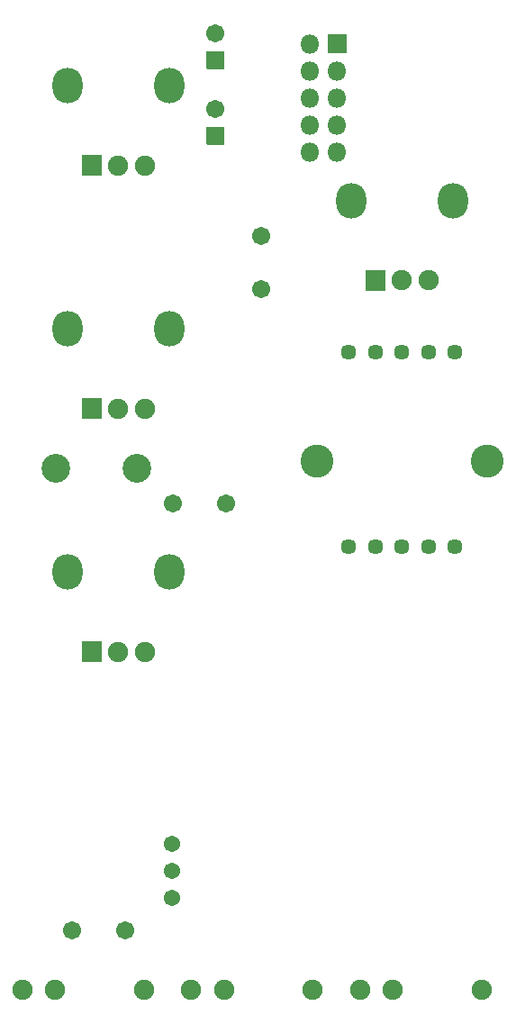
<source format=gts>
G04 #@! TF.GenerationSoftware,KiCad,Pcbnew,6.0.5+dfsg-1~bpo11+1*
G04 #@! TF.CreationDate,2022-12-29T14:19:14+00:00*
G04 #@! TF.ProjectId,SSI2140_phase_shifter,53534932-3134-4305-9f70-686173655f73,0*
G04 #@! TF.SameCoordinates,Original*
G04 #@! TF.FileFunction,Soldermask,Top*
G04 #@! TF.FilePolarity,Negative*
%FSLAX46Y46*%
G04 Gerber Fmt 4.6, Leading zero omitted, Abs format (unit mm)*
G04 Created by KiCad (PCBNEW 6.0.5+dfsg-1~bpo11+1) date 2022-12-29 14:19:14*
%MOMM*%
%LPD*%
G01*
G04 APERTURE LIST*
%ADD10C,1.902000*%
%ADD11O,2.822000X3.342000*%
%ADD12C,3.102000*%
%ADD13C,1.451600*%
%ADD14C,1.702000*%
%ADD15O,1.802000X1.802000*%
%ADD16C,2.702000*%
%ADD17C,1.542000*%
G04 APERTURE END LIST*
D10*
X124076000Y-138938000D03*
X127176000Y-138938000D03*
X135476000Y-138938000D03*
D11*
X137896000Y-99688000D03*
X128296000Y-99688000D03*
G36*
G01*
X131547000Y-106288000D02*
X131547000Y-108088000D01*
G75*
G02*
X131496000Y-108139000I-51000J0D01*
G01*
X129696000Y-108139000D01*
G75*
G02*
X129645000Y-108088000I0J51000D01*
G01*
X129645000Y-106288000D01*
G75*
G02*
X129696000Y-106237000I51000J0D01*
G01*
X131496000Y-106237000D01*
G75*
G02*
X131547000Y-106288000I0J-51000D01*
G01*
G37*
D10*
X133096000Y-107188000D03*
X135596000Y-107188000D03*
D11*
X154966000Y-64773000D03*
X164566000Y-64773000D03*
G36*
G01*
X158217000Y-71373000D02*
X158217000Y-73173000D01*
G75*
G02*
X158166000Y-73224000I-51000J0D01*
G01*
X156366000Y-73224000D01*
G75*
G02*
X156315000Y-73173000I0J51000D01*
G01*
X156315000Y-71373000D01*
G75*
G02*
X156366000Y-71322000I51000J0D01*
G01*
X158166000Y-71322000D01*
G75*
G02*
X158217000Y-71373000I0J-51000D01*
G01*
G37*
D10*
X159766000Y-72273000D03*
X162266000Y-72273000D03*
D11*
X137896000Y-53968000D03*
X128296000Y-53968000D03*
G36*
G01*
X131547000Y-60568000D02*
X131547000Y-62368000D01*
G75*
G02*
X131496000Y-62419000I-51000J0D01*
G01*
X129696000Y-62419000D01*
G75*
G02*
X129645000Y-62368000I0J51000D01*
G01*
X129645000Y-60568000D01*
G75*
G02*
X129696000Y-60517000I51000J0D01*
G01*
X131496000Y-60517000D01*
G75*
G02*
X131547000Y-60568000I0J-51000D01*
G01*
G37*
D10*
X133096000Y-61468000D03*
X135596000Y-61468000D03*
D12*
X167766000Y-89238000D03*
X151766000Y-89238000D03*
D13*
X154766000Y-78988000D03*
X157266000Y-78988000D03*
X159766000Y-78988000D03*
X162266000Y-78988000D03*
X164766000Y-78988000D03*
X164766000Y-97288000D03*
X162266000Y-97288000D03*
X159766000Y-97288000D03*
X157266000Y-97288000D03*
X154766000Y-97288000D03*
D10*
X155826000Y-138938000D03*
X158926000Y-138938000D03*
X167226000Y-138938000D03*
X139951000Y-138938000D03*
X143051000Y-138938000D03*
X151351000Y-138938000D03*
D11*
X128296000Y-76828000D03*
X137896000Y-76828000D03*
G36*
G01*
X131547000Y-83428000D02*
X131547000Y-85228000D01*
G75*
G02*
X131496000Y-85279000I-51000J0D01*
G01*
X129696000Y-85279000D01*
G75*
G02*
X129645000Y-85228000I0J51000D01*
G01*
X129645000Y-83428000D01*
G75*
G02*
X129696000Y-83377000I51000J0D01*
G01*
X131496000Y-83377000D01*
G75*
G02*
X131547000Y-83428000I0J-51000D01*
G01*
G37*
D10*
X133096000Y-84328000D03*
X135596000Y-84328000D03*
D14*
X146558000Y-73112000D03*
X146558000Y-68112000D03*
G36*
G01*
X143040000Y-52413000D02*
X141440000Y-52413000D01*
G75*
G02*
X141389000Y-52362000I0J51000D01*
G01*
X141389000Y-50762000D01*
G75*
G02*
X141440000Y-50711000I51000J0D01*
G01*
X143040000Y-50711000D01*
G75*
G02*
X143091000Y-50762000I0J-51000D01*
G01*
X143091000Y-52362000D01*
G75*
G02*
X143040000Y-52413000I-51000J0D01*
G01*
G37*
X142240000Y-49062000D03*
X128778000Y-133350000D03*
X133778000Y-133350000D03*
G36*
G01*
X154571000Y-49188000D02*
X154571000Y-50888000D01*
G75*
G02*
X154520000Y-50939000I-51000J0D01*
G01*
X152820000Y-50939000D01*
G75*
G02*
X152769000Y-50888000I0J51000D01*
G01*
X152769000Y-49188000D01*
G75*
G02*
X152820000Y-49137000I51000J0D01*
G01*
X154520000Y-49137000D01*
G75*
G02*
X154571000Y-49188000I0J-51000D01*
G01*
G37*
D15*
X151130000Y-50038000D03*
X153670000Y-52578000D03*
X151130000Y-52578000D03*
X153670000Y-55118000D03*
X151130000Y-55118000D03*
X153670000Y-57658000D03*
X151130000Y-57658000D03*
X153670000Y-60198000D03*
X151130000Y-60198000D03*
D16*
X134874000Y-89916000D03*
X127254000Y-89916000D03*
D17*
X138176000Y-125222000D03*
X138176000Y-127762000D03*
X138176000Y-130302000D03*
G36*
G01*
X143040000Y-59525000D02*
X141440000Y-59525000D01*
G75*
G02*
X141389000Y-59474000I0J51000D01*
G01*
X141389000Y-57874000D01*
G75*
G02*
X141440000Y-57823000I51000J0D01*
G01*
X143040000Y-57823000D01*
G75*
G02*
X143091000Y-57874000I0J-51000D01*
G01*
X143091000Y-59474000D01*
G75*
G02*
X143040000Y-59525000I-51000J0D01*
G01*
G37*
D14*
X142240000Y-56174000D03*
X143216000Y-93218000D03*
X138216000Y-93218000D03*
M02*

</source>
